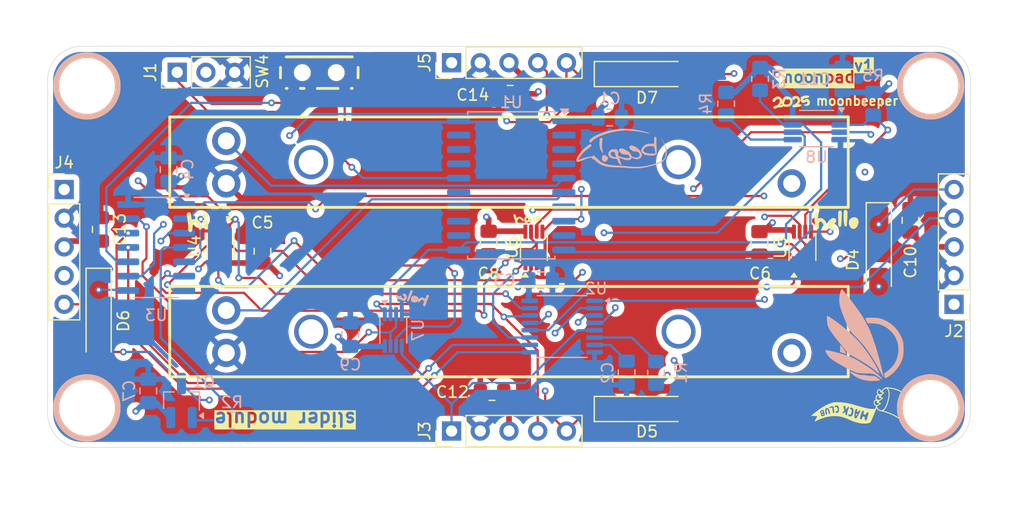
<source format=kicad_pcb>
(kicad_pcb (version 20241229) (generator "pcbnew") (generator_version "9.0")
  (layers (0 "F.Cu" signal) (4 "In1.Cu" signal) (6 "In2.Cu" signal) (2 "B.Cu" signal) (13 "F.Paste" user) (15 "B.Paste" user) (5 "F.SilkS" user "F.Silkscreen") (7 "B.SilkS" user "B.Silkscreen") (1 "F.Mask" user) (3 "B.Mask" user) (25 "Edge.Cuts" user))
  (net 0 "")
  (net 1 "GND")
  (net 2 "+5V")
  (net 3 "Net-(U2-VSS)")
  (net 4 "Net-(J1-Pin_1)")
  (net 5 "Net-(Q1-G)")
  (net 6 "SDA")
  (net 7 "SCL")
  (net 8 "UPDI")
  (net 9 "Net-(U2-~{EN})")
  (net 10 "Net-(U8-READY)")
  (net 11 "Net-(D4-A)")
  (net 12 "/Base/MASTER_1")
  (net 13 "/Base/MASTER_2")
  (net 14 "/Base/MASTER_3")
  (net 15 "/Base/MASTER_4")
  (net 16 "/Base/SDA_1")
  (net 17 "/Base/SCL_1")
  (net 18 "/Base/SDA_2")
  (net 19 "/Base/SCL_2")
  (net 20 "/Base/SDA_3")
  (net 21 "/Base/SCL_3")
  (net 22 "/Base/SCL_4")
  (net 23 "/Base/SDA_4")
  (net 24 "/Base/MASTER_PMOS")
  (net 25 "/Base/UPDI_H")
  (net 26 "/Base/ANALOG_SW_A0")
  (net 27 "/Base/ANALOG_SW_SDA")
  (net 28 "/Base/ANALOG_SW_A1")
  (net 29 "/Base/ANALOG_SW_SCL")
  (net 30 "/Base/MUX_SWITCH_2")
  (net 31 "/Base/MUX_SWITCH_1")
  (net 32 "/Base/MUX_SWITCH_3")
  (net 33 "/Base/MUX_SWITCH_4")
  (net 37 "/SLIDER_1")
  (net 38 "/SLIDER_2")
  (footprint "Connector_PinHeader_2.54mm:PinHeader_1x05_P2.54mm_Vertical" (layer "F.Cu") (at 191.72 61.15 90)
    (property "Reference" "J5")
    (property "Value" "Top_Connector")
  )
  (footprint "LOGO" (layer "F.Cu") (at 198.5 75)
    (property "Reference" "G***" (hide yes))
    (property "Value" "LOGO" (hide yes))
  )
  (footprint "Capacitor_SMD:C_0805_2012Metric_Pad1.18x1.45mm_HandSolder" (layer "F.Cu") (at 175 77.8375 -90)
    (property "Reference" "C5")
    (property "Value" "1uF")
  )
  (footprint "Package_SO:VSSOP-8_2.3x2mm_P0.5mm" (layer "F.Cu") (at 171.3 77.4 -90)
    (property "Reference" "U4")
    (property "Value" "TS5A23166DCUR")
  )
  (footprint "Diode_SMD:D_MiniMELF_Handsoldering" (layer "F.Cu") (at 209 91.8)
    (property "Reference" "D5")
    (property "Value" "1N4148")
  )
  (footprint "Capacitor_SMD:C_0805_2012Metric_Pad1.18x1.45mm_HandSolder" (layer "F.Cu") (at 196.9 63.9 180)
    (property "Reference" "C14")
    (property "Value" "1uF")
  )
  (footprint "Diode_SMD:D_MiniMELF_Handsoldering" (layer "F.Cu") (at 229.5 78.2 -90)
    (property "Reference" "D4")
    (property "Value" "1N4148")
  )
  (footprint "MountingHole:MountingHole_2.2mm_M2" (layer "F.Cu") (at 234.1 63.2)
    (property "Reference" "H2" (hide yes))
    (property "Value" "MountingHole")
  )
  (footprint "Connector_PinHeader_2.54mm:PinHeader_1x05_P2.54mm_Vertical" (layer "F.Cu") (at 236.1525 82.53 180)
    (property "Reference" "J2")
    (property "Value" "Right_Connector")
  )
  (footprint "Capacitor_SMD:C_0805_2012Metric_Pad1.18x1.45mm_HandSolder" (layer "F.Cu") (at 195 77.1 90)
    (property "Reference" "C8")
    (property "Value" "1uF")
  )
  (footprint "Connector_PinHeader_2.54mm:PinHeader_1x05_P2.54mm_Vertical" (layer "F.Cu") (at 191.72 93.75 90)
    (property "Reference" "J3")
    (property "Value" "Bottom_Connector")
  )
  (footprint "Diode_SMD:D_MiniMELF_Handsoldering" (layer "F.Cu") (at 209 62.15)
    (property "Reference" "D7")
    (property "Value" "1N4148")
  )
  (footprint "Capacitor_SMD:C_0805_2012Metric_Pad1.18x1.45mm_HandSolder" (layer "F.Cu") (at 160.7 75.9 90)
    (property "Reference" "C13")
    (property "Value" "1uF")
  )
  (footprint "Package_SO:VSSOP-8_2.3x2mm_P0.5mm" (layer "F.Cu") (at 199 77.5 90)
    (property "Reference" "U6")
    (property "Value" "TS5A23166DCUR")
  )
  (footprint "LOGO" (layer "F.Cu") (at 225.75 75.25)
    (property "Reference" "G***" (hide yes))
    (property "Value" "LOGO" (hide yes))
  )
  (footprint "Package_SO:VSSOP-8_2.3x2mm_P0.5mm" (layer "F.Cu") (at 222.75 77.5 90)
    (property "Reference" "U5")
    (property "Value" "TS5A23166DCUR")
  )
  (footprint "MountingHole:MountingHole_2.2mm_M2" (layer "F.Cu") (at 159.5 91.7)
    (property "Reference" "H4" (hide yes))
    (property "Value" "MountingHole")
  )
  (footprint "LOGO" (layer "F.Cu") (at 221.7 64.6)
    (property "Reference" "G***" (hide yes))
    (property "Value" "LOGO" (hide yes))
  )
  (footprint "kicad_why:RS45111A900F" (layer "F.Cu") (at 196.8 69.95)
    (property "Reference" "RV1" (hide yes))
    (property "Value" "R_Potentiometer" (hide yes))
  )
  (footprint "LOGO" (layer "F.Cu") (at 169.25 75.25)
    (property "Reference" "G***" (hide yes))
    (property "Value" "LOGO" (hide yes))
  )
  (footprint "MSS12C02LS:SW-SMD_MSS12C02LS-HB2.0-1" (layer "F.Cu") (at 180.0225 62.35)
    (property "Reference" "SW4")
    (property "Value" "SW_SPDT")
  )
  (footprint "MountingHole:MountingHole_2.2mm_M2" (layer "F.Cu") (at 234.1 91.7)
    (property "Reference" "H3" (hide yes))
    (property "Value" "MountingHole")
  )
  (footprint "LOGO" (layer "F.Cu") (at 227.5 91.5 180)
    (property "Reference" "G***" (hide yes))
    (property "Value" "LOGO" (hide yes))
  )
  (footprint "Diode_SMD:D_MiniMELF_Handsoldering" (layer "F.Cu") (at 160.510854 84 -90)
    (property "Reference" "D6")
    (property "Value" "1N4148")
  )
  (footprint "Capacitor_SMD:C_0805_2012Metric_Pad1.18x1.45mm_HandSolder" (layer "F.Cu") (at 195.3 90.3 180)
    (property "Reference" "C12")
    (property "Value" "1uF")
  )
  (footprint "kicad_why:RS45111A900F" (layer "F.Cu") (at 196.8 84.95)
    (property "Reference" "RV2" (hide yes))
    (property "Value" "R_Potentiometer" (hide yes))
  )
  (footprint "Connector_PinHeader_2.54mm:PinHeader_1x03_P2.54mm_Vertical" (layer "F.Cu") (at 167.46 62 90)
    (property "Reference" "J1")
    (property "Value" "UPDI_Common")
  )
  (footprint "Capacitor_SMD:C_0805_2012Metric_Pad1.18x1.45mm_HandSolder" (layer "F.Cu") (at 218.95 77.1375 90)
    (property "Reference" "C6")
    (property "Value" "1uF")
  )
  (footprint "Capacitor_SMD:C_0805_2012Metric_Pad1.18x1.45mm_HandSolder" (layer "F.Cu") (at 232.3 75.1 90)
    (property "Reference" "C10")
    (property "Value" "1uF")
  )
  (footprint "MountingHole:MountingHole_2.2mm_M2" (layer "F.Cu") (at 159.5 63.2)
    (property "Reference" "H1" (hide yes))
    (property "Value" "MountingHole")
  )
  (footprint "Connector_PinHeader_2.54mm:PinHeader_1x05_P2.54mm_Vertical" (layer "F.Cu") (at 157.4625 72.37)
    (property "Reference" "J4")
    (property "Value" "Left_Connector")
  )
  (footprint "LOGO" (layer "B.Cu") (at 228.25 85.25 180)
    (property "Reference" "G***" (hide yes))
    (property "Value" "LOGO" (hide yes))
  )
  (footprint "Capacitor_SMD:C_0805_2012Metric_Pad1.18x1.45mm_HandSolder" (layer "B.Cu") (at 166.7 70.6 -90)
    (property "Reference" "C4")
    (property "Value" "1uF")
  )
  (footprint "Package_SO:SOIC-20W_7.5x12.8mm_P1.27mm" (layer "B.Cu") (at 197 72 180)
    (property "Reference" "U1")
    (property "Value" "ATtiny1616-S")
  )
  (footprint "Package_SO:VSSOP-8_3x3mm_P0.65mm" (layer "B.Cu") (at 224 66.975 180)
    (property "Reference" "U8")
    (property "Value" "TCA4311ADGKR")
  )
  (footprint "Capacitor_SMD:C_0805_2012Metric_Pad1.18x1.45mm_HandSolder" (layer "B.Cu") (at 205.7 66 180)
    (property "Reference" "C1")
    (property "Value" "1uF")
  )
  (footprint "Package_SO:VSSOP-8_2.3x2mm_P0.5mm" (layer "B.Cu") (at 186.57 84.815 -90)
    (property "Reference" "U7")
    (property "Value" "TS5A23166DCUR")
  )
  (footprint "Capacitor_SMD:C_0805_2012Metric_Pad1.18x1.45mm_HandSolder" (layer "B.Cu") (at 226.3 62.575 90)
    (property "Reference" "C11")
    (property "Value" "1uF")
  )
  (footprint "Package_SO:SOIC-14_3.9x8.7mm_P1.27mm" (layer "B.Cu") (at 165.6 77.5 180)
    (property "Reference" "U3")
    (property "Value" "ATtiny414-SS")
  )
  (footprint "Resistor_SMD:R_0805_2012Metric_Pad1.20x1.40mm_HandSolder" (layer "B.Cu") (at 219 62.575 -90)
    (property "Reference" "R3")
    (property "Value" "4.7k")
  )
  (footprint "Resistor_SMD:R_0805_2012Metric_Pad1.20x1.40mm_HandSolder" (layer "B.Cu") (at 172.3 92.8)
    (property "Reference" "R2")
    (property "Value" "4.7k")
  )
  (footprint "Resistor_SMD:R_0805_2012Metric_Pad1.20x1.40mm_HandSolder" (layer "B.Cu") (at 229 64.775 -90)
    (property "Reference" "R5")
    (property "Value" "4.7k")
  )
  (footprint "LOGO" (layer "B.Cu") (at 188.25 82 180)
    (property "Reference" "G***" (hide yes))
    (property "Value" "LOGO" (hide yes))
  )
  (footprint "kicad_why:SOT-23_Handsoldering" (layer "B.Cu") (at 167.8375 91.05 90)
    (property "Reference" "Q1")
    (property "Value" "PMOS")
  )
  (footprint "Package_SO:TSSOP-16_4.4x5mm_P0.65mm" (layer "B.Cu") (at 201.5 84.5 180)
    (property "Reference" "U2")
    (property "Value" "TMUX4052")
  )
  (footprint "Capacitor_SMD:C_0805_2012Metric_Pad1.18x1.45mm_HandSolder" (layer "B.Cu") (at 164.9 90.2 -90)
    (property "Reference" "C7")
    (property "Value" "1uF")
  )
  (footprint "Capacitor_SMD:C_0805_2012Metric_Pad1.18x1.45mm_HandSolder" (layer "B.Cu") (at 207.2 88.6 -90)
    (property "Reference" "C2")
    (property "Value" "1uF")
  )
  (footprint "Capacitor_SMD:C_0805_2012Metric_Pad1.18x1.45mm_HandSolder" (layer "B.Cu") (at 182.77 85.215 -90)
    (property "Reference" "C9")
    (property "Value" "1uF")
  )
  (footprint "Capacitor_SMD:C_0805_2012Metric_Pad1.18x1.45mm_HandSolder" (layer "B.Cu") (at 199.6 80.4 180)
    (property "Reference" "C3")
    (property "Value" "1uF")
  )
  (footprint "Resistor_SMD:R_0805_2012Metric_Pad1.20x1.40mm_HandSolder" (layer "B.Cu") (at 216 64.775 90)
    (property "Reference" "R4")
    (property "Value" "10k")
  )
  (footprint "LOGO" (layer "B.Cu") (at 206.75 68.75 180)
    (property "Reference" "G***" (hide yes))
    (property "Value" "LOGO" (hide yes))
  )
  (footprint "Resistor_SMD:R_0805_2012Metric_Pad1.20x1.40mm_HandSolder" (layer "B.Cu") (at 209.8 88.6 -90)
    (property "Reference" "R1")
    (property "Value" "10k")
  )
  (gr_circle (center 159.479706 91.7) (end 162.079706 92.5) (stroke (width 0.5)) (fill no) (layer "F.SilkS"))
  (gr_circle (center 234.079706 63.2) (end 236.679706 64) (stroke (width 0.5)) (fill no) (layer "F.SilkS"))
  (gr_circle (center 234.079706 91.7) (end 236.679706 92.5) (stroke (width 0.5)) (fill no) (layer "F.SilkS"))
  (gr_circle (center 159.479706 63.2) (end 162.079706 64) (stroke (width 0.5)) (fill no) (layer "F.SilkS"))
  (gr_circle (center 234.079706 63.2) (end 231.479706 64) (stroke (width 0.5)) (fill no) (layer "B.SilkS"))
  (gr_circle (center 234.079706 91.7) (end 231.479706 92.5) (stroke (width 0.5)) (fill no) (layer "B.SilkS"))
  (gr_circle (center 159.479706 91.7) (end 156.879706 92.5) (stroke (width 0.5)) (fill no) (layer "B.SilkS"))
  (gr_circle (center 159.479706 63.2) (end 156.879706 64) (stroke (width 0.5)) (fill no) (layer "B.SilkS"))
  (gr_arc (start 159 95.2) (mid 156.878685 94.321331) (end 156 92.2) (stroke (width 0.05)) (layer "Edge.Cuts"))
  (gr_arc (start 237.6 92.2) (mid 236.721323 94.321337) (end 234.6 95.2) (stroke (width 0.05)) (layer "Edge.Cuts"))
  (gr_arc (start 156 62.7) (mid 156.878682 60.578696) (end 159 59.7) (stroke (width 0.05)) (layer "Edge.Cuts"))
  (gr_arc (start 234.6 59.7) (mid 236.721326 60.57869) (end 237.6 62.7) (stroke (width 0.05)) (layer "Edge.Cuts"))
  (gr_line (start 156 92.2) (end 156 62.7) (stroke (width 0.05)) (layer "Edge.Cuts"))
  (gr_line (start 234.6 95.2) (end 159 95.2) (stroke (width 0.05)) (layer "Edge.Cuts"))
  (gr_line (start 159 59.7) (end 234.6 59.7) (stroke (width 0.05)) (layer "Edge.Cuts"))
  (gr_line (start 237.6 62.7) (end 237.6 92.2) (stroke (width 0.05)) (layer "Edge.Cuts"))
  (gr_text "moonbeeper" (at 231.3 65 0) (layer "F.SilkS") (effects (font (size 0.8 0.8) (thickness 0.16) (bold yes)) (justify right bottom)))
  (gr_text "v1" (at 227.2 62 0) (layer "F.SilkS" knockout) (effects (font (size 1 1) (thickness 0.2) (bold yes)) (justify left bottom)))
  (gr_text "slider module" (at 177 92 180) (layer "F.SilkS" knockout) (effects (font (size 1.2 1.2) (thickness 0.24) (bold yes)) (justify bottom)))
  (gr_text "moonpad" (at 224 63 0) (layer "F.SilkS" knockout) (effects (font (size 1 1) (thickness 0.2) (bold yes)) (justify bottom)))
  (segment (start 160.7 76.9375) (end 157.975 76.9375) (width 0.5) (layer "F.Cu") (net 2))
  (segment (start 198.174 76.0625) (end 198.174 76.1) (width 0.5) (layer "F.Cu") (net 2))
  (segment (start 199.2 63.9) (end 199.4 63.7) (width 0.5) (layer "F.Cu") (net 2))
  (segment (start 197.9375 62.2875) (end 196.8 61.15) (width 0.5) (layer "F.Cu") (net 2))
  (segment (start 195 76.0625) (end 198.174 76.0625) (width 0.5) (layer "F.Cu") (net 2))
  (segment (start 197.9375 63.9) (end 197.9375 62.2875) (width 0.5) (layer "F.Cu") (net 2))
  (segment (start 175 78.875) (end 172.201 78.875) (width 0.5) (layer "F.Cu") (net 2))
  (segment (start 195 76.0625) (end 195 75) (width 0.5) (layer "F.Cu") (net 2))
  (segment (start 196.8 90.7625) (end 196.3375 90.3) (width 0.5) (layer "F.Cu") (net 2))
  (segment (start 219.101 75.949) (end 221.773 75.949) (width 0.5) (layer "F.Cu") (net 2))
  (segment (start 221.773 75.949) (end 221.924 76.1) (width 0.5) (layer "F.Cu") (net 2))
  (segment (start 196.8 93.75) (end 196.8 90.7625) (width 0.5) (layer "F.Cu") (net 2))
  (segment (start 233.6125 77.45) (end 232.3 76.1375) (width 0.5) (layer "F.Cu") (net 2))
  (segment (start 218.95 76.1) (end 219.3 76.1) (width 0.5) (layer "F.Cu") (net 2))
  (segment (start 175.394265 78.875) (end 176.524265 80.005) (width 0.5) (layer "F.Cu") (net 2))
  (segment (start 175 78.875) (end 175.394265 78.875) (width 0.5) (layer "F.Cu") (net 2))
  (segment (start 236.1525 77.45) (end 233.6125 77.45) (width 0.5) (layer "F.Cu") (net 2))
  (segment (start 197.9375 63.9) (end 199.2 63.9) (width 0.5) (layer "F.Cu") (net 2))
  (segment (start 219.3 76.1) (end 220.1 75.3) (width 0.5) (layer "F.Cu") (net 2))
  (segment (start 195 75) (end 194.8 74.8) (width 0.5) (layer "F.Cu") (net 2))
  (segment (start 218.95 76.1) (end 219.101 75.949) (width 0.5) (layer "F.Cu") (net 2))
  (segment (start 172.201 78.875) (end 172.126 78.8) (width 0.5) (layer "F.Cu") (net 2))
  (segment (start 157.975 76.9375) (end 157.4625 77.45) (width 0.5) (layer "F.Cu") (net 2))
  (via (at 194.8 74.8) (size 0.6) (drill 0.3) (layers "F.Cu" "B.Cu") (net 2))
  (via (at 210.8 88.8) (size 0.6) (drill 0.3) (layers "F.Cu" "B.Cu") (net 2))
  (via (at 205.3 64.8) (size 0.6) (drill 0.3) (layers "F.Cu" "B.Cu") (net 2))
  (via (at 220.1 75.3) (size 0.6) (drill 0.3) (layers "F.Cu" "B.Cu") (net 2))
  (via (at 199.4 63.7) (size 0.6) (drill 0.3) (layers "F.Cu" "B.Cu") (net 2))
  (via (at 181.7 85.4) (size 0.6) (drill 0.3) (layers "F.Cu" "B.Cu") (net 2))
  (via (at 163.8 92) (size 0.6) (drill 0.3) (layers "F.Cu" "B.Cu") (net 2))
  (via (at 230.4 63) (size 0.6) (drill 0.3) (layers "F.Cu" "B.Cu") (net 2))
  (via (at 167.8 71.2) (size 0.6) (drill 0.3) (layers "F.Cu" "B.Cu") (net 2))
  (via (at 197.6 81) (size 0.6) (drill 0.3) (layers "F.Cu" "B.Cu") (net 2))
  (via (at 220.5 62.2) (size 0.6) (drill 0.3) (layers "F.Cu" "B.Cu") (net 2))
  (via (at 176.524265 80.005) (size 0.6) (drill 0.3) (layers "F.Cu" "B.Cu") (net 2))
  (segment (start 229.625 63.775) (end 230.4 63) (width 0.5) (layer "B.Cu") (net 2))
  (segment (start 182.77 86.2525) (end 182.5525 86.2525) (width 0.5) (layer "B.Cu") (net 2))
  (segment (start 216.8 63.775) (end 219 61.575) (width 0.5) (layer "B.Cu") (net 2))
  (segment (start 182.5525 86.2525) (end 181.7 85.4) (width 0.5) (layer "B.Cu") (net 2))
  (segment (start 226.1125 63.8) (end 226.3 63.6125) (width 0.5) (layer "B.Cu") (net 2))
  (segment (start 165.575 91.2375) (end 164.9 91.2375) (width 0.5) (layer "B.Cu") (net 2))
  (segment (start 226.3 63.6125) (end 226.4375 63.6125) (width 0.5) (layer "B.Cu") (net 2))
  (segment (start 226.6 63.775) (end 229 63.775) (width 0.5) (layer "B.Cu") (net 2))
  (segment (start 221.8875 64.4625) (end 221.8875 66) (width 0.5) (layer "B.Cu") (net 2))
  (segment (start 201.65 66.285) (end 204.3775 66.285) (width 0.5) (layer "B.Cu") (net 2))
  (segment (start 164.5625 91.2375) (end 163.8 92) (width 0.5) (layer "B.Cu") (net 2))
  (segment (start 204.6625 65.4375) (end 205.3 64.8) (width 0.5) (layer "B.Cu") (net 2))
  (segment (start 209.8 89.6) (end 210 89.6) (width 0.5) (layer "B.Cu") (net 2))
  (segment (start 226.1125 66) (end 221.8875 66) (width 0.5) (layer "B.Cu") (net 2))
  (segment (start 167.3625 71.6375) (end 167.8 71.2) (width 0.5) (layer "B.Cu") (net 2))
  (segment (start 198.5625 80.4) (end 198.5625 82.15) (width 0.5) (layer "B.Cu") (net 2))
  (segment (start 164.9 91.2375) (end 164.5625 91.2375) (width 0.5) (layer "B.Cu") (net 2))
  (segment (start 229 63.775) (end 229.625 63.775) (width 0.5) (layer "B.Cu") (net 2))
  (segment (start 204.3775 66.285) (end 204.6625 66) (width 0.5) (layer "B.Cu") (net 2))
  (segment (start 226.1125 66) (end 226.1125 63.8) (width 0.5) (layer "B.Cu") (net 2))
  (segment (start 198.5625 82.15) (end 198.6375 82.225) (width 0.5) (layer "B.Cu") (net 2))
  (segment (start 226.4375 63.6125) (end 226.6 63.775) (width 0.5) (layer "B.Cu") (net 2))
  (segment (start 216 63.775) (end 216.8 63.775) (width 0.5) (layer "B.Cu") (net 2))
  (segment (start 220.5 62.2) (end 219.875 61.575) (width 0.5) (layer "B.Cu") (net 2))
  (segment (start 219.875 61.575) (end 219 61.575) (width 0.5) (layer "B.Cu") (net 2))
  (segment (start 166.7 72.315) (end 166.7 71.6375) (width 0.5) (layer "B.Cu") (net 2))
  (segment (start 198.5625 80.4) (end 198.2 80.4) (width 0.5) (layer "B.Cu") (net 2))
  (segment (start 166.7 71.6375) (end 167.3625 71.6375) (width 0.5) (layer "B.Cu") (net 2))
  (segment (start 182.77 86.2525) (end 185.7065 86.2525) (width 0.5) (layer "B.Cu") (net 2))
  (segment (start 198.2 80.4) (end 197.6 81) (width 0.5) (layer "B.Cu") (net 2))
  (segment (start 185.7065 86.2525) (end 185.744 86.215) (width 0.5) (layer "B.Cu") (net 2))
  (segment (start 168.075 73.69) (end 166.7 72.315) (width 0.5) (layer "B.Cu") (net 2))
  (segment (start 219 61.575) (end 221.8875 64.4625) (width 0.5) (layer "B.Cu") (net 2))
  (segment (start 166.8875 92.55) (end 165.575 91.2375) (width 0.5) (layer "B.Cu") (net 2))
  (segment (start 204.6625 66) (end 204.6625 65.4375) (width 0.5) (layer "B.Cu") (net 2))
  (segment (start 210 89.6) (end 210.8 88.8) (width 0.5) (layer "B.Cu") (net 2))
  (segment (start 207.2 87.5625) (end 205.7625 86.125) (width 0.2) (layer "B.Cu") (net 3))
  (segment (start 205.7625 86.125) (end 204.3625 86.125) (width 0.2) (layer "B.Cu") (net 3))
  (segment (start 170.2 65.5) (end 167.46 62.76) (width 0.2) (layer "F.Cu") (net 4))
  (segment (start 179.2725 63.77) (end 179.2725 64.7275) (width 0.2) (layer "F.Cu") (net 4))
  (segment (start 167.46 62.76) (end 167.46 62) (width 0.2) (layer "F.Cu") (net 4))
  (segment (start 179.2725 64.7275) (end 178.5 65.5) (width 0.2) (layer "F.Cu") (net 4))
  (segment (start 178.5 65.5) (end 170.2 65.5) (width 0.2) (layer "F.Cu") (net 4))
  (segment (start 171.3 92.8) (end 169.0375 92.8) (width 0.2) (layer "B.Cu") (net 5))
  (segment (start 169.0375 92.8) (end 168.7875 92.55) (width 0.2) (layer "B.Cu") (net 5))
  (segment (start 202.6 80.9) (end 199 80.9) (width 0.2) (layer "F.Cu") (net 6))
  (segment (start 202.7 80.3) (end 202.7 80.8) (width 0.2) (layer "F.Cu") (net 6))
  (segment (start 222.5 77.9) (end 222.5 78.9) (width 0.2) (layer "F.Cu") (net 6))
  (segment (start 199 80.9) (end 198.5 80.4) (width 0.2) (layer "F.Cu") (net 6))
  (segment (start 221.8 77.2) (end 222.5 77.9) (width 0.2) (layer "F.Cu") (net 6))
  (segment (start 179.3 80.4) (end 176.7 77.8) (width 0.2) (layer "F.Cu") (net 6))
  (segment (start 198.75 78.9) (end 198.75 79.524999) (width 0.2) (layer "F.Cu") (net 6))
  (segment (start 171.55 76.606136) (end 171.55 76) (width 0.2) (layer "F.Cu") (net 6))
  (segment (start 198.5 80.4) (end 197.874999 80.4) (width 0.2) (layer "F.Cu") (net 6))
  (segment (start 176.7 77.8) (end 172.743864 77.8) (width 0.2) (layer "F.Cu") (net 6))
  (segment (start 220.8 77.2) (end 221.8 77.2) (width 0.2) (layer "F.Cu") (net 6))
  (segment (start 203.3 79.7) (end 202.7 80.3) (width 0.2) (layer "F.Cu") (net 6))
  (segment (start 198.75 79.524999) (end 197.874999 80.4) (width 0.2) (layer "F.Cu") (net 6))
  (segment (start 197.874999 80.4) (end 179.3 80.4) (width 0.2) (layer "F.Cu") (net 6))
  (segment (start 202.7 80.8) (end 202.6 80.9) (width 0.2) (layer "F.Cu") (net 6))
  (segment (start 172.743864 77.8) (end 171.55 76.606136) (width 0.2) (layer "F.Cu") (net 6))
  (via (at 203.3 79.7) (size 0.6) (drill 0.3) (layers "F.Cu" "B.Cu") (net 6))
  (via (at 220.8 77.2) (size 0.6) (drill 0.3) (layers "F.Cu" "B.Cu") (net 6))
  (segment (start 186.32 81.08) (end 189.685 77.715) (width 0.2) (layer "B.Cu") (net 6))
  (segment (start 220.646 77.046) (end 193.019 77.046) (width 0.2) (layer "B.Cu") (net 6))
  (segment (start 221.075001 66.65) (end 221.8875 66.65) (width 0.2) (layer "B.Cu") (net 6))
  (segment (start 189.685 77.715) (end 192.35 77.715) (width 0.2) (layer "B.Cu") (net 6))
  (segment (start 220.8 77.2) (end 221.208 76.792) (width 0.2) (layer "B.Cu") (net 6))
  (segment (start 221.3 76.7) (end 221.3 75.45147) (width 0.2) (layer "B.Cu") (net 6))
  (segment (start 221.3 75.45147) (end 224.4 72.35147) (width 0.2) (layer "B.Cu") (net 6))
  (segment (start 219 64.574999) (end 221.075001 66.65) (width 0.2) (layer "B.Cu") (net 6))
  (segment (start 220.8 77.2) (end 221.3 76.7) (width 0.2) (layer "B.Cu") (net 6))
  (segment (start 224.4 68.2) (end 222.85 66.65) (width 0.2) (layer "B.Cu") (net 6))
  (segment (start 193.019 77.046) (end 192.35 77.715) (width 0.2) (layer "B.Cu") (net 6))
  (segment (start 186.32 83.415) (end 186.32 81.08) (width 0.2) (layer "B.Cu") (net 6))
  (segment (start 220.8 77.2) (end 220.646 77.046) (width 0.2) (layer "B.Cu") (net 6))
  (segment (start 219 63.575) (end 219 64.574999) (width 0.2) (layer "B.Cu") (net 6))
  (segment (start 221.208 76.792) (end 221.208 76.7) (width 0.2) (layer "B.Cu") (net 6))
  (segment (start 222.85 66.65) (end 221.8875 66.65) (width 0.2) (layer "B.Cu") (net 6))
  (segment (start 224.4 72.35147) (end 224.4 68.2) (width 0.2) (layer "B.Cu") (net 6))
  (segment (start 198.95 74.15) (end 198.9 74.2) (width 0.2) (layer "F.Cu") (net 7))
  (segment (start 192 79.8) (end 191.3 79.1) (width 0.2) (layer "F.Cu") (net 7))
  (segment (start 180 79.1) (end 177.8 76.9) (width 0.2) (layer "F.Cu") (net 7))
  (segment (start 171.1 80.4) (end 171.1 78.85) (width 0.2) (layer "F.Cu") (net 7))
  (segment (start 200.575001 74.15) (end 198.95 74.15) (width 0.2) (layer "F.Cu") (net 7))
  (segment (start 230.3 67.1) (end 223.45 73.95) (width 0.2) (layer "F.Cu") (net 7))
  (segment (start 223 74.6) (end 223 76.1) (width 0.2) (layer "F.Cu") (net 7))
  (segment (start 223.45 74.15) (end 200.575001 74.15) (width 0.2) (layer "F.Cu") (net 7))
  (segment (start 200.575001 74.15) (end 199.25 75.475001) (width 0.2) (layer "F.Cu") (net 7))
  (segment (start 191.3 79.1) (end 180 79.1) (width 0.2) (layer "F.Cu") (net 7))
  (segment (start 199.25 75.475001) (end 199.25 76.1) (width 0.2) (layer "F.Cu") (net 7))
  (segment (start 171.1 78.85) (end 171.05 78.8) (width 0.2) (layer "F.Cu") (net 7))
  (segment (start 223.45 73.95) (end 223.45 74.15) (width 0.2) (layer "F.Cu") (net 7))
  (segment (start 223.45 74.15) (end 223 74.6) (width 0.2) (layer "F.Cu") (net 7))
  (via (at 223.45 74.15) (size 0.6) (drill 0.3) (layers "F.Cu" "B.Cu") (net 7))
  (via (at 177.8 76.9) (size 0.6) (drill 0.3) (layers "F.Cu" "B.Cu") (net 7))
  (via (at 171.1 80.4) (size 0.6) (drill 0.3) (layers "F.Cu" "B.Cu") (net 7))
  (via (at 198.9 74.2) (size 0.6) (drill 0.3) (layers "F.Cu" "B.Cu") (net 7))
  (via (at 230.3 67.1) (size 0.6) (drill 0.3) (layers "F.Cu" "B.Cu") (net 7))
  (via (at 192 79.8) (size 0.6) (drill 0.3) (layers "F.Cu" "B.Cu") (net 7))
  (segment (start 229 65.775) (end 228.125 66.65) (width 0.2) (layer "B.Cu") (net 7))
  (segment (start 173.7 81) (end 171.7 81) (width 0.2) (layer "B.Cu") (net 7))
  (segment (start 228.125 66.65) (end 226.1125 66.65) (width 0.2) (layer "B.Cu") (net 7))
  (segment (start 229 65.775) (end 229 65.8) (width 0.2) (layer "B.Cu") (net 7))
  (segment (start 201.65 77.715) (end 201.836 77.901) (width 0.2) (layer "B.Cu") (net 7))
  (segment (start 221.548943 77.901) (end 223.45 75.999943) (width 0.2) (layer "B.Cu") (net 7))
  (segment (start 192 84) (end 191.5 84.5) (width 0.2) (layer "B.Cu") (net 7))
  (segment (start 229 65.8) (end 230.3 67.1) (width 0.2) (layer "B.Cu") (net 7))
  (segment (start 192 79.8) (end 192 84) (width 0.2) (layer "B.Cu") (net 7))
  (segment (start 171.7 81) (end 171.1 80.4) (width 0.2) (layer "B.Cu") (net 7))
  (segment (start 187.85 84.5) (end 186.82 85.53) (width 0.2) (layer "B.Cu") (net 7))
  (segment (start 191.5 84.5) (end 187.85 84.5) (width 0.2) (layer "B.Cu") (net 7))
  (segment (start 177.8 76.9) (end 173.7 81) (width 0.2) (layer "B.Cu") (net 7))
  (segment (start 201.836 77.901) (end 221.548943 77.901) (width 0.2) (layer "B.Cu") (net 7))
  (segment (start 223.45 75.999943) (end 223.45 74.15) (width 0.2) (layer "B.Cu") (net 7))
  (segment (start 186.82 85.53) (end 186.82 86.215) (width 0.2) (layer "B.Cu") (net 7))
  (segment (start 182.2725 69.7725) (end 182.2725 63.77) (width 0.2) (layer "F.Cu") (net 8))
  (segment (start 182.9 70.4) (end 182.2725 69.7725) (width 0.2) (layer "F.Cu") (net 8))
  (via (at 182.9 70.4) (size 0.6) (drill 0.3) (layers "F.Cu" "B.Cu") (net 8))
  (segment (start 182.9 70.4) (end 183.865 71.365) (width 0.2) (layer "B.Cu") (net 8))
  (segment (start 183.865 71.365) (end 192.35 71.365) (width 0.2) (layer "B.Cu") (net 8))
  (segment (start 209.8 87.6) (end 207.675 85.475) (width 0.2) (layer "B.Cu") (net 9))
  (segment (start 207.675 85.475) (end 204.3625 85.475) (width 0.2) (layer "B.Cu") (net 9))
  (segment (start 216 65.775) (end 218.175 67.95) (width 0.2) (layer "B.Cu") (net 10))
  (segment (start 218.175 67.95) (end 221.8875 67.95) (width 0.2) (layer "B.Cu") (net 10))
  (segment (start 211.75 91.8) (end 211.75 87.85) (width 0.2) (layer "F.Cu") (net 11))
  (segment (start 211.75 91.8) (end 227.95 91.8) (width 0.2) (layer "F.Cu") (net 11))
  (segment (start 227.95 91.8) (end 229.5 90.25) (width 0.2) (layer "F.Cu") (net 11))
  (segment (start 162.7 86.75) (end 160.510854 86.75) (width 0.2) (layer "F.Cu") (net 11))
  (segment (start 211.75 62.15) (end 216.65 62.15) (width 0.2) (layer "F.Cu") (net 11))
  (segment (start 211.75 87.85) (end 211.4 87.5) (width 0.2) (layer "F.Cu") (net 11))
  (segment (start 229.5 90.25) (end 229.5 80.95) (width 0.2) (layer "F.Cu") (net 11))
  (segment (start 216.65 62.15) (end 216.7 62.1) (width 0.2) (layer "F.Cu") (net 11))
  (via (at 162.7 86.75) (size 0.6) (drill 0.3) (layers "F.Cu" "B.Cu") (net 11))
  (via (at 216.7 62.1) (size 0.6) (drill 0.3) (layers "F.Cu" "B.Cu") (net 11))
  (via (at 228.275029 70.824971) (size 0.6) (drill 0.3) (layers "F.Cu" "B.Cu") (net 11))
  (via (at 211.4 87.5) (size 0.6) (drill 0.3) (layers "F.Cu" "B.Cu") (net 11))
  (via (at 229.5 80.95) (size 0.6) (drill 0.3) (layers "F.Cu" "B.Cu") (net 11))
  (via (at 170.3 91) (size 0.6) (drill 0.3) (layers "F.Cu" "B.Cu") (net 11))
  (segment (start 169.2875 91) (end 170.3 91) (width 0.2) (layer "B.Cu") (net 11))
  (segment (start 167.8375 89.55) (end 169.2875 91) (width 0.2) (layer "B.Cu") (net 11))
  (segment (start 165.0375 86.75) (end 167.8375 89.55) (width 0.2) (layer "B.Cu") (net 11))
  (segment (start 162.7 86.75) (end 165.0375 86.75) (width 0.2) (layer "B.Cu") (net 11))
  (segment (start 226.1 78.5) (end 226.45 78.5) (width 0.2) (layer "F.Cu") (net 12))
  (segment (start 179.7 74.1) (end 180.857458 72.942542) (width 0.2) (layer "F.Cu") (net 12))
  (segment (start 226.45 78.5) (end 229.5 75.45) (width 0.2) (layer "F.Cu") (net 12))
  (segment (start 180.857458 72.942542) (end 219.342542 72.942542) (width 0.2) (layer "F.Cu") (net 12))
  (via (at 219.342542 72.942542) (size 0.6) (drill 0.3) (layers "F.Cu" "B.Cu") (net 12))
  (via (at 226.1 78.5) (size 0.6) (drill 0.3) (layers "F.Cu" "B.Cu") (net 12))
  (via (at 229.5 75.45) (size 0.6) (drill 0.3) (layers "F.Cu" "B.Cu") (net 12))
  (via (at 179.7 74.1) (size 0.6) (drill 0.3) (layers "F.Cu" "B.Cu") (net 12))
  (segment (start 232.58 72.37) (end 236.1525 72.37) (width 0.2) (layer "B.Cu") (net 12))
  (segment (start 168.421968 74.96) (end 169.881968 73.5) (width 0.2) (layer "B.Cu") (net 12))
  (segment (start 179.1 73.5) (end 179.7 74.1) (width 0.2) (layer "B.Cu") (net 12))
  (segment (start 168.075 74.96) (end 168.421968 74.96) (width 0.2) (layer "B.Cu") (net 12))
  (segment (start 229.5 75.45) (end 232.58 72.37) (width 0.2) (layer "B.Cu") (net 12))
  (segment (start 169.881968 73.5) (end 179.1 73.5) (width 0.2) (layer "B.Cu") (net 12))
  (segment (start 201.88 93.75) (end 200 91.87) (width 0.2) (layer "F.Cu") (net 13))
  (segment (start 203.83 91.8) (end 206.25 91.8) (width 0.2) (layer "F.Cu") (net 13))
  (segment (start 200 91.87) (end 200 90.2) (width 0.2) (layer "F.Cu") (net 13))
  (segment (start 201.88 93.75) (end 203.83 91.8) (width 0.2) (layer "F.Cu") (net 13))
  (via (at 166.017343 76.934126) (size 0.6) (drill 0.3) (layers "F.Cu" "B.Cu") (net 13))
  (via (at 200 90.2) (size 0.6) (drill 0.3) (layers "F.Cu" "B.Cu") (net 13))
  (segment (start 166.017343 76.934126) (end 166.017346 76.934126) (width 0.2) (layer "B.Cu") (net 13))
  (segment (start 166.721472 76.23) (end 168.075 76.23) (width 0.2) (layer "B.Cu") (net 13))
  (segment (start 166.017346 76.934126) (end 166.721472 76.23) (width 0.2) (layer "B.Cu") (net 13))
  (segment (start 159.230854 82.53) (end 157.4625 82.53) (width 0.2) (layer "F.Cu") (net 14))
  (segment (start 160.510854 81.25) (end 159.230854 82.53) (width 0.2) (layer "F.Cu") (net 14))
  (via (at 160.510854 81.25) (size 0.6) (drill 0.3) (layers "F.Cu" "B.Cu") (net 14))
  (segment (start 160.510854 81.25) (end 163.065 81.25) (width 0.2) (layer "B.Cu") (net 14))
  (segment (start 163.065 81.25) (end 163.125 81.31) (width 0.2) (layer "B.Cu") (net 14))
  (segment (start 202.88 62.15) (end 201.88 61.15) (width 0.2) (layer "F.Cu") (net 15))
  (segment (start 200.393422 66.401) (end 196.701 66.401) (width 0.2) (layer "F.Cu") (net 15))
  (segment (start 201.88 61.15) (end 201.88 64.914422) (width 0.2) (layer "F.Cu") (net 15))
  (segment (start 201.88 64.914422) (end 200.393422 66.401) (width 0.2) (layer "F.Cu") (net 15))
  (segment (start 206.25 62.15) (end 202.88 62.15) (width 0.2) (layer "F.Cu") (net 15))
  (segment (start 196.701 66.401) (end 196.6 66.3) (width 0.2) (layer "F.Cu") (net 15))
  (via (at 169.55 75) (size 0.6) (drill 0.3) (layers "F.Cu" "B.Cu") (net 15))
  (via (at 196.6 66.3) (size 0.6) (drill 0.3) (layers "F.Cu" "B.Cu") (net 15))
  (via (at 177.4 67.6) (size 0.6) (drill 0.3) (layers "F.Cu" "B.Cu") (net 15))
  (segment (start 196.6 66.3) (end 195.984 65.684) (width 0.2) (layer "B.Cu") (net 15))
  (segment (start 169.55 75) (end 169.5 75.05) (width 0.2) (layer "B.Cu") (net 15))
  (segment (start 169.049999 78.77) (end 168.075 78.77) (width 0.2) (layer "B.Cu") (net 15))
  (segment (start 169.5 75.05) (end 169.5 78.319999) (width 0.2) (layer "B.Cu") (net 15))
  (segment (start 195.984 65.684) (end 179.316 65.684) (width 0.2) (layer "B.Cu") (net 15))
  (segment (start 169.5 78.319999) (end 169.049999 78.77) (width 0.2) (layer "B.Cu") (net 15))
  (segment (start 179.316 65.684) (end 177.4 67.6) (width 0.2) (layer "B.Cu") (net 15))
  (segment (start 222 78.9) (end 222 80.6) (width 0.2) (layer "F.Cu") (net 16))
  (segment (start 219.6 81) (end 221.6 81) (width 0.2) (layer "F.Cu") (net 16))
  (segment (start 221.6 81) (end 222 80.6) (width 0.2) (layer "F.Cu") (net 16))
  (via (at 219.6 81) (size 0.6) (drill 0.3) (layers "F.Cu" "B.Cu") (net 16))
  (segment (start 200.275 84.825) (end 204.1 81) (width 0.2) (layer "B.Cu") (net 16))
  (segment (start 198.6375 84.825) (end 200.275 84.825) (width 0.2) (layer "B.Cu") (net 16))
  (segment (start 227.9 81) (end 219.6 81) (width 0.2) (layer "B.Cu") (net 16))
  (segment (start 236.1525 74.91) (end 233.99 74.91) (width 0.2) (layer "B.Cu") (net 16))
  (segment (start 204.1 81) (end 219.6 81) (width 0.2) (layer "B.Cu") (net 16))
  (segment (start 233.99 74.91) (end 227.9 81) (width 0.2) (layer "B.Cu") (net 16))
  (segment (start 225.2 76.1) (end 223.5 76.1) (width 0.2) (layer "F.Cu") (net 17))
  (via (at 219.4 82.1) (size 0.6) (drill 0.3) (layers "F.Cu" "B.Cu") (net 17))
  (via (at 225.2 76.1) (size 0.6) (drill 0.3) (layers "F.Cu" "B.Cu") (net 17))
  (segment (start 204.3625 82.225) (end 219.275 82.225) (width 0.2) (layer "B.Cu") (net 17))
  (segment (start 219.275 82.225) (end 219.4 82.1) (width 0.2) (layer "B.Cu") (net 17))
  (segment (start 195.2 82.5) (end 196.35 83.65) (width 0.2) (layer "F.Cu") (net 18))
  (segment (start 185.1 82.5) (end 195.2 82.5) (width 0.2) (layer "F.Cu") (net 18))
  (segment (start 196.35 83.65) (end 199.34 86.64) (width 0.2) (layer "F.Cu") (net 18))
  (segment (start 199.34 86.64) (end 199.34 93.75) (width 0.2) (layer "F.Cu") (net 18))
  (via (at 185.1 82.5) (size 0.6) (drill 0.3) (layers "F.Cu" "B.Cu") (net 18))
  (via (at 196.35 83.65) (size 0.6) (drill 0.3) (layers "F.Cu" "B.Cu") (net 18))
  (segment (start 185.82 83.22) (end 185.1 82.5) (width 0.2) (layer "B.Cu") (net 18))
  (segment (start 185.82 83.415) (end 185.82 83.22) (width 0.2) (layer "B.Cu") (net 18))
  (segment (start 198.6375 83.525) (end 198.5625 83.6) (width 0.2) (layer "B.Cu") (net 18))
  (segment (start 198.5625 83.6) (end 196.3 83.6) (width 0.2) (layer "B.Cu") (net 18))
  (segment (start 202.875 84.825) (end 198.2 89.5) (width 0.2) (layer "B.Cu") (net 19))
  (segment (start 204.3625 84.825) (end 202.875 84.825) (width 0.2) (layer "B.Cu") (net 19))
  (segment (start 187.32 86.98) (end 191.72 91.38) (width 0.2) (layer "B.Cu") (net 19))
  (segment (start 191.72 91.38) (end 191.72 93.75) (width 0.2) (layer "B.Cu") (net 19))
  (segment (start 193.6 89.5) (end 191.72 91.38) (width 0.2) (layer "B.Cu") (net 19))
  (segment (start 198.2 89.5) (end 193.6 89.5) (width 0.2) (layer "B.Cu") (net 19))
  (segment (start 187.32 86.215) (end 187.32 86.98) (width 0.2) (layer "B.Cu") (net 19))
  (segment (start 170.17 72.97) (end 172.2 75) (width 0.2) (layer "F.Cu") (net 20))
  (segment (start 176.12634 81.6) (end 196.5 81.6) (width 0.2) (layer "F.Cu") (net 20))
  (segment (start 165.37 72.97) (end 170.17 72.97) (width 0.2) (layer "F.Cu") (net 20))
  (segment (start 164 71.6) (end 165.37 72.97) (width 0.2) (layer "F.Cu") (net 20))
  (segment (start 172.05 76) (end 172.05 75.55) (width 0.2) (layer "F.Cu") (net 20))
  (segment (start 172.9 80.2) (end 174.72634 80.2) (width 0.2) (layer "F.Cu") (net 20))
  (segment (start 172.05 75.55) (end 172.6 75) (width 0.2) (layer "F.Cu") (net 20))
  (segment (start 174.72634 80.2) (end 176.12634 81.6) (width 0.2) (layer "F.Cu") (net 20))
  (segment (start 172.2 75) (end 172.6 75) (width 0.2) (layer "F.Cu") (net 20))
  (via (at 164 71.6) (size 0.6) (drill 0.3) (layers "F.Cu" "B.Cu") (net 20))
  (via (at 196.5 81.6) (size 0.6) (drill 0.3) (layers "F.Cu" "B.Cu") (net 20))
  (via (at 172.6 75) (size 0.6) (drill 0.3) (layers "F.Cu" "B.Cu") (net 20))
  (via (at 172.9 80.2) (size 0.6) (drill 0.3) (layers "F.Cu" "B.Cu") (net 20))
  (segment (start 198.6375 82.875) (end 197.775 82.875) (width 0.2) (layer "B.Cu") (net 20))
  (segment (start 172.9 75.3) (end 172.6 75) (width 0.2) (layer "B.Cu") (net 20))
  (segment (start 172.9 80.2) (end 172.9 75.3) (width 0.2) (layer "B.Cu") (net 20))
  (segment (start 197.775 82.875) (end 196.5 81.6) (width 0.2) (layer "B.Cu") (net 20))
  (segment (start 169.941747 78.8) (end 169.336747 79.405) (width 0.2) (layer "F.Cu") (net 21))
  (segment (start 170.55 78.8) (end 169.941747 78.8) (width 0.2) (layer "F.Cu") (net 21))
  (via (at 200.874265 85.074265) (size 0.6) (drill 0.3) (layers "F.Cu" "B.Cu") (net 21))
  (via (at 169.336747 79.405) (size 0.6) (drill 0.3) (layers "F.Cu" "B.Cu") (net 21))
  (segment (start 203.07353 82.875) (end 204.3625 82.875) (width 0.2) (layer "B.Cu") (net 21))
  (segment (start 200.874265 85.074265) (end 203.07353 82.875) (width 0.2) (layer "B.Cu") (net 21))
  (segment (start 200.852309 74.997691) (end 203.174842 74.997691) (width 0.2) (layer "F.Cu") (net 22))
  (segment (start 199.75 76.1) (end 200.852309 74.997691) (width 0.2) (layer "F.Cu") (net 22))
  (via (at 203.2 72.342542) (size 0.6) (drill 0.3) (layers "F.Cu" "B.Cu") (net 22))
  (via (at 206.2 82.825) (size 0.6) (drill 0.3) (layers "F.Cu" "B.Cu") (net 22))
  (via (at 203.174842 74.997691) (size 0.6) (drill 0.3) (layers "F.Cu" "B.Cu") (net 22))
  (segment (start 204.3625 84.175) (end 205.025 84.175) (width 0.2) (layer "B.Cu") (net 22))
  (segment (start 205.025 84.175) (end 206.2 83) (width 0.2) (layer "B.Cu") (net 22))
  (segment (start 206.2 83) (end 206.2 82.825) (width 0.2) (layer "B.Cu") (net 22))
  (segment (start 203.2 72.342542) (end 203.2 74.972533) (width 0.2) (layer "B.Cu") (net 22))
  (segment (start 203.2 74.972533) (end 203.174842 74.997691) (width 0.2) (layer "B.Cu") (net 22))
  (segment (start 200.144479 61.954479) (end 199.34 61.15) (width 0.2) (layer "F.Cu") (net 23))
  (segment (start 198.1 78.9) (end 197.4 79.6) (width 0.2) (layer "F.Cu") (net 23))
  (segment (start 200.144479 65.8) (end 200.144479 61.954479) (width 0.2) (layer "F.Cu") (net 23))
  (segment (start 198.25 78.9) (end 198.1 78.9) (width 0.2) (layer "F.Cu") (net 23))
  (via (at 200.144479 65.8) (size 0.6) (drill 0.3) (layers "F.Cu" "B.Cu") (net 23))
  (via (at 197.4 79.6) (size 0.6) (drill 0.3) (layers "F.Cu" "B.Cu") (net 23))
  (segment (start 195.4 81.6) (end 197.4 79.6) (width 0.2) (layer "B.Cu") (net 23))
  (segment (start 198.6375 85.475) (end 196.775 85.475) (width 0.2) (layer "B.Cu") (net 23))
  (segment (start 195.4 84.1) (end 195.4 81.6) (width 0.2) (layer "B.Cu") (net 23))
  (segment (start 196.775 85.475) (end 195.4 84.1) (width 0.2) (layer "B.Cu") (net 23))
  (segment (start 166 77.800001) (end 166.300001 77.5) (width 0.2) (layer "B.Cu") (net 24))
  (segment (start 173.3 92.8) (end 166 85.5) (width 0.2) (layer "B.Cu") (net 24))
  (segment (start 166 85.5) (end 166 77.800001) (width 0.2) (layer "B.Cu") (net 24))
  (segment (start 166.300001 77.5) (end 168.075 77.5) (width 0.2) (layer "B.Cu") (net 24))
  (segment (start 177.7725 63.77) (end 176.8425 64.7) (width 0.2) (layer "F.Cu") (net 25))
  (segment (start 176.8425 64.7) (end 175.8 64.7) (width 0.2) (layer "F.Cu") (net 25))
  (via (at 175.8 64.7) (size 0.6) (drill 0.3) (layers "F.Cu" "B.Cu") (net 25))
  (segment (start 161.2 77.819999) (end 161.2 72.2) (width 0.2) (layer "B.Cu") (net 25))
  (segment (start 162.150001 78.77) (end 161.2 77.819999) (width 0.2) (layer "B.Cu") (net 25))
  (segment (start 163.125 78.77) (end 162.150001 78.77) (width 0.2) (layer "B.Cu") (net 25))
  (segment (start 161.2 72.2) (end 168.7 64.7) (width 0.2) (layer "B.Cu") (net 25))
  (segment (start 168.7 64.7) (end 175.8 64.7) (width 0.2) (layer "B.Cu") (net 25))
  (segment (start 163.125 84.225) (end 163.125 77.5) (width 0.2) (layer "F.Cu") (net 26))
  (segment (start 168.4 89.5) (end 163.125 84.225) (width 0.2) (layer "F.Cu") (net 26))
  (segment (start 188.4 89.5) (end 168.4 89.5) (width 0.2) (layer "F.Cu") (net 26))
  (segment (start 189.7 88.2) (end 188.4 89.5) (width 0.2) (layer "F.Cu") (net 26))
  (via (at 163.125 77.5) (size 0.6) (drill 0.3) (layers "F.Cu" "B.Cu") (net 26))
  (via (at 189.7 88.2) (size 0.6) (drill 0.3) (layers "F.Cu" "B.Cu") (net 26))
  (segment (start 198.6375 86.125) (end 191.775 86.125) (width 0.2) (layer "B.Cu") (net 26))
  (segment (start 191.775 86.125) (end 189.7 88.2) (width 0.2) (layer "B.Cu") (net 26))
  (via (at 200.3 83.4) (size 0.6) (drill 0.3) (layers "F.Cu" "B.Cu") (net 27))
  (via (at 205.2 76.2) (size 0.6) (drill 0.3) (layers "F.Cu" "B.Cu") (net 27))
  (segment (start 222.951 67.665792) (end 222.585208 67.3) (width 0.2) (layer "B.Cu") (net 27))
  (segment (start 199.525 84.175) (end 200.3 83.4) (width 0.2) (layer "B.Cu") (net 27))
  (segment (start 222.951 68.485554) (end 222.951 67.665792) (width 0.2) (layer "B.Cu") (net 27))
  (segment (start 215.236554 76.2) (end 222.951 68.485554) (width 0.2) (layer "B.Cu") (net 27))
  (segment (start 205.2 76.2) (end 215.236554 76.2) (width 0.2) (layer "B.Cu") (net 27))
  (segment (start 222.585208 67.3) (end 221.8875 67.3) (width 0.2) (layer "B.Cu") (net 27))
  (segment (start 198.6375 84.175) (end 199.525 84.175) (width 0.2) (layer "B.Cu") (net 27))
  (segment (start 189.024455 90) (end 168.1 90) (width 0.2) (layer "F.Cu") (net 28))
  (segment (start 162.1 77.255) (end 163.125 76.23) (width 0.2) (layer "F.Cu") (net 28))
  (segment (start 162.1 84) (end 162.1 77.255) (width 0.2) (layer "F.Cu") (net 28))
  (segment (start 168.1 90) (end 162.1 84) (width 0.2) (layer "F.Cu") (net 28))
  (segment (start 190.199758 88.824697) (end 189.024455 90) (width 0.2) (layer "F.Cu") (net 28))
  (via (at 190.199758 88.824697) (size 0.6) (drill 0.3) (layers "F.Cu" "B.Cu") (net 28))
  (via (at 163.125 76.23) (size 0.6) (drill 0.3) (layers "F.Cu" "B.Cu") (net 28))
  (segment (start 192.249455 86.775) (end 190.199758 88.824697) (width 0.2) (layer "B.Cu") (net 28))
  (segment (start 198.6375 86.775) (end 192.249455 86.775) (width 0.2) (layer "B.Cu") (net 28))
  (segment (start 228.6 67.3) (end 218.2 67.3) (width 0.2) (layer "F.Cu") (net 29))
  (segment (start 218.2 67.3) (end 213.2 72.3) (width 0.2) (layer "F.Cu") (net 29))
  (segment (start 213.2 72.3) (end 213.1 72.3) (width 0.2) (layer "F.Cu") (net 29))
  (segment (start 228.8 67.5) (end 228.6 67.3) (width 0.2) (layer "F.Cu") (net 29))
  (via (at 228.8 67.5) (size 0.6) (drill 0.3) (layers "F.Cu" "B.Cu") (net 29))
  (via (at 202.913039 84.12345) (size 0.6) (drill 0.3) (layers "F.Cu" "B.Cu") (net 29))
  (via (at 213.1 72.3) (size 0.6) (drill 0.3) (layers "F.Cu" "B.Cu") (net 29))
  (segment (start 226.1125 67.3) (end 228.6 67.3) (width 0.2) (layer "B.Cu") (net 29))
  (segment (start 204.3625 83.525) (end 203.511489 83.525) (width 0.2) (layer "B.Cu") (net 29))
  (segment (start 228.6 67.3) (end 228.8 67.5) (width 0.2) (layer "B.Cu") (net 29))
  (segment (start 203.511489 83.525) (end 202.913039 84.12345) (width 0.2) (layer "B.Cu") (net 29))
  (segment (start 173.2 84.9) (end 175.051 86.751) (width 0.2) (layer "F.Cu") (net 30))
  (segment (start 175.051 86.751) (end 182.649 86.751) (width 0.2) (layer "F.Cu") (net 30))
  (segment (start 164.741609 78.458391) (end 164.4 78.8) (width 0.2) (layer "F.Cu") (net 30))
  (segment (start 169.282957 84.9) (end 173.2 84.9) (width 0.2) (layer "F.Cu") (net 30))
  (segment (start 182.649 86.751) (end 184.4 85) (width 0.2) (layer "F.Cu") (net 30))
  (segment (start 164.4 78.8) (end 164.4 80.017043) (width 0.2) (layer "F.Cu") (net 30))
  (segment (start 164.4 80.017043) (end 169.282957 84.9) (width 0.2) (layer "F.Cu") (net 30))
  (segment (start 164.741609 75.658391) (end 164.741609 78.458391) (width 0.2) (layer "F.Cu") (net 30))
  (via (at 184.4 85) (size 0.6) (drill 0.3) (layers "F.Cu" "B.Cu") (net 30))
  (via (at 164.741609 75.658391) (size 0.6) (drill 0.3) (layers "F.Cu" "B.Cu") (net 30))
  (segment (start 164.043218 74.96) (end 163.125 74.96) (width 0.2) (layer "B.Cu") (net 30))
  (segment (start 186.32 86.215) (end 186.32 85.021136) (width 0.2) (layer "B.Cu") (net 30))
  (segment (start 186.82 84.521136) (end 186.82 83.415) (width 0.2) (layer "B.Cu") (net 30))
  (segment (start 186.32 85.021136) (end 184.421136 85.021136) (width 0.2) (layer "B.Cu") (net 30))
  (segment (start 186.32 85.021136) (end 186.82 84.521136) (width 0.2) (layer "B.Cu") (net 30))
  (segment (start 164.741609 75.658391) (end 164.043218 74.96) (width 0.2) (layer "B.Cu") (net 30))
  (segment (start 184.421136 85.021136) (end 184.4 85) (width 0.2) (layer "B.Cu") (net 30))
  (segment (start 219.501 74.699) (end 219.4 74.8) (width 0.2) (layer "F.Cu") (net 31))
  (segment (start 222.5 76.724999) (end 222.5 76.1) (width 0.2) (layer "F.Cu") (net 31))
  (segment (start 223 77.224999) (end 222.5 76.724999) (width 0.2) (layer "F.Cu") (net 31))
  (segment (start 223 78.9) (end 223 77.224999) (width 0.2) (layer "F.Cu") (net 31))
  (segment (start 222.5 76.1) (end 222.5 75.475001) (width 0.2) (layer "F.Cu") (net 31))
  (segment (start 222.5 75.475001) (end 221.723999 74.699) (width 0.2) (layer "F.Cu") (net 31))
  (segment (start 221.723999 74.699) (end 219.501 74.699) (width 0.2) (layer "F.Cu") (net 31))
  (via (at 219.4 74.8) (size 0.6) (drill 0.3) (layers "F.Cu" "B.Cu") (net 31))
  (via (at 166.240138 75.459861) (size 0.6) (drill 0.3) (layers "F.Cu" "B.Cu") (net 31))
  (segment (start 166.240138 75.459861) (end 165.416343 76.283656) (width 0.2) (layer "B.Cu") (net 31))
  (segment (start 165.416343 78.9336) (end 164.309943 80.04) (width 0.2) (layer "B.Cu") (net 31))
  (segment (start 164.309943 80.04) (end 163.125 80.04) (width 0.2) (layer "B.Cu") (net 31))
  (segment (start 165.416343 76.283656) (end 165.416343 78.9336) (width 0.2) (layer "B.Cu") (net 31))
  (segment (start 166.6 80.8) (end 170 77.4) (width 0.2) (layer "F.Cu") (net 32))
  (segment (start 171.55 77.192099) (end 171.05 76.692099) (width 0.2) (layer "F.Cu") (net 32))
  (segment (start 171.05 76.692099) (end 171.05 76) (width 0.2) (layer "F.Cu") (net 32))
  (segment (start 170 77.4) (end 171.55 77.4) (width 0.2) (layer "F.Cu") (net 32))
  (segment (start 171.55 78.8) (end 171.55 77.4) (width 0.2) (layer "F.Cu") (net 32))
  (segment (start 171.55 77.4) (end 171.55 77.192099) (width 0.2) (layer "F.Cu") (net 32))
  (via (at 166.6 80.8) (size 0.6) (drill 0.3) (layers "F.Cu" "B.Cu") (net 32))
  (segment (start 168.075 81.31) (end 167.11 81.31) (width 0.2) (layer "B.Cu") (net 32))
  (segment (start 167.11 81.31) (end 166.6 80.8) (width 0.2) (layer "B.Cu") (net 32))
  (segment (start 197.7 77.646) (end 198.810136 77.646) (width 0.2) (layer "F.Cu") (net 33))
  (segment (start 173.369057 81.519) (end 174.951057 83.101) (width 0.2) (layer "F.Cu") (net 33))
  (segment (start 166.469057 81.519) (end 173.369057 81.519) (width 0.2) (layer "F.Cu") (net 33))
  (segment (start 198.810136 77.646) (end 199.25 77.206136) (width 0.2) (layer "F.Cu") (net 33))
  (segment (start 196.473 78.873) (end 197.7 77.646) (width 0.2) (layer "F.Cu") (net 33))
  (segment (start 199.25 77.206136) (end 198.75 76.706136) (width 0.2) (layer "F.Cu") (net 33))
  (segment (start 174.951057 83.101) (end 194.201 83.101) (width 0.2) (layer "F.Cu") (net 33))
  (segment (start 165.999 81.048943) (end 166.469057 81.519) (width 0.2) (layer "F.Cu") (net 33))
  (segment (start 165.999 80.401) (end 165.999 81.048943) (width 0.2) (layer "F.Cu") (net 33))
  (segment (start 194.201 83.101) (end 194.6 83.5) (width 0.2) (layer "F.Cu") (net 33))
  (segment (start 198.75 76.706136) (end 198.75 76.1) (width 0.2) (layer "F.Cu") (net 33))
  (segment (start 199.25 78.9) (end 199.25 77.206136) (width 0.2) (layer "F.Cu") (net 33))
  (segment (start 166.6 79.8) (end 165.999 80.401) (width 0.2) (layer "F.Cu") (net 33))
  (via (at 194.6 83.5) (size 0.6) (drill 0.3) (layers "F.Cu" "B.Cu") (net 33))
  (via (at 166.6 79.8) (size 0.6) (drill 0.3) (layers "F.Cu" "B.Cu") (net 33))
  (via (at 196.473 78.873) (size 0.6) (drill 0.3) (layers "F.Cu" "B.Cu") (net 33))
  (segment (start 194.6 80.746) (end 194.6 83.5) (width 0.2) (layer "B.Cu") (net 33))
  (segment (start 168.075 80.04) (end 166.84 80.04) (width 0.2) (layer "B.Cu") (net 33))
  (segment (start 196.473 78.873) (end 194.6 80.746) (width 0.2) (layer "B.Cu") (net 33))
  (segment (start 166.84 80.04) (end 166.6 79.8) (width 0.2) (layer "B.Cu") (net 33))
  (segment (start 200.981 72.034) (end 201.65 71.365) (width 0.2) (layer "B.Cu") (net 37))
  (segment (start 175.764 72.034) (end 200.981 72.034) (width 0.2) (layer "B.Cu") (net 37))
  (segment (start 171.8 68.07) (end 175.764 72.034) (width 0.2) (layer "B.Cu") (net 37))
  (segment (start 201.049 73.236) (end 201.65 72.635) (width 0.2) (layer "B.Cu") (net 38))
  (segment (start 184.664 73.236) (end 201.049 73.236) (width 0.2) (layer "B.Cu") (net 38))
  (segment (start 174.83 83.07) (end 184.664 73.236) (width 0.2) (layer "B.Cu") (net 38))
  (segment (start 171.8 83.07) (end 174.83 83.07) (width 0.2) (layer "B.Cu") (net 38))
  (zone (net 1) (net_name "GND") (layers "F.Cu" "B.Cu" "In1.Cu") (connect_pads (clearance 0.5)) (min_thickness 0.25) (fill yes (thermal_gap 0.5) (thermal_bridge_width 0.5))
    (polygon (pts (xy 238.3625 58.95) (xy 155.3625 58.95) (xy 155.3625 95.95) (xy 238.3625 95.95)))
  )
)
</source>
